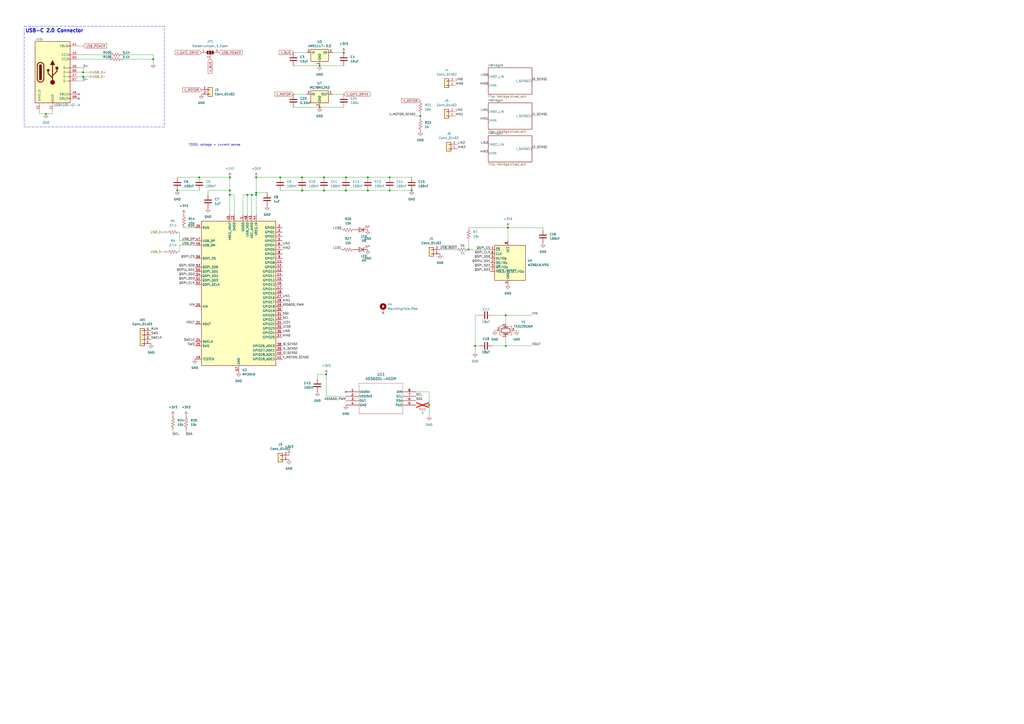
<source format=kicad_sch>
(kicad_sch (version 20250114) (generator "eeschema") (generator_version "9.0")
  (paper "A2")
  (lib_symbols
    (symbol "AS5600L-ASOM:AS5600L-ASOM" (pin_names (offset 0.254))
      (property "Reference" "U" (at 20.32 10.16 0))
      (property "Value" "AS5600L-ASOM" (at 20.32 7.62 0))
      (symbol "AS5600L-ASOM_0_1"
        (pin unspecified line (at 0 0 0) (length 7.62) (name "VDD5V") (number "1"))
        (pin unspecified line (at 0 -2.54 0) (length 7.62) (name "VDD3V3") (number "2"))
        (pin unspecified line (at 0 -5.08 0) (length 7.62) (name "OUT") (number "3"))
        (pin unspecified line (at 0 -7.62 0) (length 7.62) (name "GND") (number "4"))
        (pin unspecified line (at 40.64 0 180) (length 7.62) (name "DIR") (number "8"))
        (pin unspecified line (at 40.64 -2.54 180) (length 7.62) (name "SCL") (number "7"))
        (pin unspecified line (at 40.64 -5.08 180) (length 7.62) (name "SDA") (number "6"))
        (pin unspecified line (at 40.64 -7.62 180) (length 7.62) (name "PGO") (number "5"))
      )
    )
    (symbol "Connector:USB_C_Receptacle_USB2.0" (pin_names (offset 1.016))
      (property "Reference" "J1" (at 0 21.59 0))
      (property "Value" "USB_C_Receptacle_USB2.0" (at 0 19.05 0))
      (symbol "USB_C_Receptacle_USB2.0_1_1"
        (pin passive line (at -7.62 -22.86 90) (length 5.08) (name "SHIELD") (number "S1"))
        (pin passive line (at 0 -22.86 90) (length 5.08) (name "GND") (number "A1"))
        (pin passive line (at 0 -22.86 90) (length 5.08) (hide yes) (name "GND") (number "A12"))
        (pin passive line (at 0 -22.86 90) (length 5.08) (hide yes) (name "GND") (number "B1"))
        (pin passive line (at 0 -22.86 90) (length 5.08) (hide yes) (name "GND") (number "B12"))
        (pin passive line (at 15.24 15.24 180) (length 5.08) (name "VBUS") (number "A4"))
        (pin passive line (at 15.24 15.24 180) (length 5.08) (hide yes) (name "VBUS") (number "A9"))
        (pin passive line (at 15.24 15.24 180) (length 5.08) (hide yes) (name "VBUS") (number "B4"))
        (pin passive line (at 15.24 15.24 180) (length 5.08) (hide yes) (name "VBUS") (number "B9"))
        (pin bidirectional line (at 15.24 10.16 180) (length 5.08) (name "CC1") (number "A5"))
        (pin bidirectional line (at 15.24 7.62 180) (length 5.08) (name "CC2") (number "B5"))
        (pin bidirectional line (at 15.24 2.54 180) (length 5.08) (name "D+") (number "A6"))
        (pin bidirectional line (at 15.24 0 180) (length 5.08) (name "D+") (number "B6"))
        (pin bidirectional line (at 15.24 -2.54 180) (length 5.08) (name "D-") (number "A7"))
        (pin bidirectional line (at 15.24 -5.08 180) (length 5.08) (name "D-") (number "B7"))
        (pin bidirectional line (at 15.24 -12.7 180) (length 5.08) (name "SBU1") (number "A8"))
        (pin bidirectional line (at 15.24 -15.24 180) (length 5.08) (name "SBU2") (number "B8"))
      )
    )
    (symbol "Connector_Generic:Conn_01x02" (pin_names (offset 1.016) (hide yes))
      (property "Reference" "J" (at 0 2.54 0))
      (property "Value" "Conn_01x02" (at 0 -5.08 0))
      (symbol "Conn_01x02_1_1"
        (pin passive line (at -5.08 0 0) (length 3.81) (name "Pin_1") (number "1"))
        (pin passive line (at -5.08 -2.54 0) (length 3.81) (name "Pin_2") (number "2"))
      )
    )
    (symbol "Connector_Generic:Conn_01x04" (pin_names (offset 1.016) (hide yes))
      (property "Reference" "J" (at 0 5.08 0))
      (property "Value" "Conn_01x04" (at 0 -7.62 0))
      (symbol "Conn_01x04_1_1"
        (pin passive line (at -5.08 2.54 0) (length 3.81) (name "Pin_1") (number "1"))
        (pin passive line (at -5.08 0 0) (length 3.81) (name "Pin_2") (number "2"))
        (pin passive line (at -5.08 -2.54 0) (length 3.81) (name "Pin_3") (number "3"))
        (pin passive line (at -5.08 -5.08 0) (length 3.81) (name "Pin_4") (number "4"))
      )
    )
    (symbol "Device:C" (pin_numbers (hide yes)) (pin_names (offset 0.254))
      (property "Reference" "C" (at 0.635 2.54 0))
      (property "Value" "C" (at 0.635 -2.54 0))
      (symbol "C_1_1"
        (pin passive line (at 0 3.81 270) (length 2.794) (name "~") (number "1"))
        (pin passive line (at 0 -3.81 90) (length 2.794) (name "~") (number "2"))
      )
    )
    (symbol "Device:Crystal_GND24" (pin_names (offset 1.016) (hide yes))
      (property "Reference" "Y" (at 3.175 5.08 0))
      (property "Value" "Crystal_GND24" (at 3.175 3.175 0))
      (symbol "Crystal_GND24_1_1"
        (pin passive line (at -3.81 0 0) (length 1.27) (name "1") (number "1"))
        (pin passive line (at 0 5.08 270) (length 1.27) (name "2") (number "2"))
        (pin passive line (at 0 -5.08 90) (length 1.27) (name "4") (number "4"))
        (pin passive line (at 3.81 0 180) (length 1.27) (name "3") (number "3"))
      )
    )
    (symbol "Device:LED" (pin_numbers (hide yes)) (pin_names (offset 1.016) (hide yes))
      (property "Reference" "D" (at 0 2.54 0))
      (property "Value" "LED" (at 0 -2.54 0))
      (symbol "LED_1_1"
        (pin passive line (at -3.81 0 0) (length 2.54) (name "K") (number "1"))
        (pin passive line (at 3.81 0 180) (length 2.54) (name "A") (number "2"))
      )
    )
    (symbol "Device:R_US" (pin_numbers (hide yes)) (pin_names (offset 0))
      (property "Reference" "R" (at 2.54 0 90))
      (property "Value" "R_US" (at -2.54 0 90))
      (symbol "R_US_1_1"
        (pin passive line (at 0 3.81 270) (length 1.27) (name "~") (number "1"))
        (pin passive line (at 0 -3.81 90) (length 1.27) (name "~") (number "2"))
      )
    )
    (symbol "GND_1" (power) (pin_numbers (hide yes)) (pin_names (offset 0) (hide yes))
      (property "Value" "GND" (at 0 -3.81 0))
      (symbol "GND_1_1_1"
        (pin power_in line (at 0 0 270) (length 0) (name "~") (number "1"))
      )
    )
    (symbol "GND_2" (power) (pin_numbers (hide yes)) (pin_names (offset 0) (hide yes))
      (property "Value" "GND" (at 0 -3.81 0))
      (symbol "GND_2_1_1"
        (pin power_in line (at 0 0 270) (length 0) (name "~") (number "1"))
      )
    )
    (symbol "Jumper:SolderJumper_3_Open" (pin_names (offset 0) (hide yes)) (in_bom no)
      (property "Reference" "JP" (at -2.54 -2.54 0))
      (property "Value" "SolderJumper_3_Open" (at 0 2.794 0))
      (symbol "SolderJumper_3_Open_1_1"
        (pin passive line (at -5.08 0 0) (length 2.54) (name "A") (number "1"))
        (pin passive line (at 0 -3.81 90) (length 2.54) (name "C") (number "2"))
        (pin passive line (at 5.08 0 180) (length 2.54) (name "B") (number "3"))
      )
    )
    (symbol "MCU_RaspberryPi:RP2040"
      (property "Reference" "U" (at 17.78 45.72 0))
      (property "Value" "RP2040" (at 17.78 43.18 0))
      (symbol "RP2040_1_1"
        (pin input line (at -25.4 38.1 0) (length 3.81) (name "RUN") (number "26"))
        (pin bidirectional line (at -25.4 30.48 0) (length 3.81) (name "USB_DP") (number "47"))
        (pin bidirectional line (at -25.4 27.94 0) (length 3.81) (name "USB_DM") (number "46"))
        (pin bidirectional line (at -25.4 20.32 0) (length 3.81) (name "QSPI_SS") (number "56"))
        (pin bidirectional line (at -25.4 15.24 0) (length 3.81) (name "QSPI_SD0") (number "53"))
        (pin bidirectional line (at -25.4 12.7 0) (length 3.81) (name "QSPI_SD1") (number "55"))
        (pin bidirectional line (at -25.4 10.16 0) (length 3.81) (name "QSPI_SD2") (number "54"))
        (pin bidirectional line (at -25.4 7.62 0) (length 3.81) (name "QSPI_SD3") (number "51"))
        (pin output line (at -25.4 5.08 0) (length 3.81) (name "QSPI_SCLK") (number "52"))
        (pin input line (at -25.4 -7.62 0) (length 3.81) (name "XIN") (number "20"))
        (pin passive line (at -25.4 -17.78 0) (length 3.81) (name "XOUT") (number "21"))
        (pin input line (at -25.4 -27.94 0) (length 3.81) (name "SWCLK") (number "24"))
        (pin bidirectional line (at -25.4 -30.48 0) (length 3.81) (name "SWD") (number "25"))
        (pin input line (at -25.4 -38.1 0) (length 3.81) (name "TESTEN") (number "19"))
        (pin power_out line (at -5.08 45.72 270) (length 3.81) (name "VREG_VOUT") (number "45"))
        (pin power_in line (at -2.54 45.72 270) (length 3.81) (name "DVDD") (number "23"))
        (pin passive line (at -2.54 45.72 270) (length 3.81) (hide yes) (name "DVDD") (number "50"))
        (pin power_in line (at 0 -45.72 90) (length 3.81) (name "GND") (number "57"))
        (pin power_in line (at 2.54 45.72 270) (length 3.81) (name "IOVDD") (number "1"))
        (pin passive line (at 2.54 45.72 270) (length 3.81) (hide yes) (name "IOVDD") (number "10"))
        (pin passive line (at 2.54 45.72 270) (length 3.81) (hide yes) (name "IOVDD") (number "22"))
        (pin passive line (at 2.54 45.72 270) (length 3.81) (hide yes) (name "IOVDD") (number "33"))
        (pin passive line (at 2.54 45.72 270) (length 3.81) (hide yes) (name "IOVDD") (number "42"))
        (pin passive line (at 2.54 45.72 270) (length 3.81) (hide yes) (name "IOVDD") (number "49"))
        (pin power_in line (at 5.08 45.72 270) (length 3.81) (name "USB_VDD") (number "48"))
        (pin power_in line (at 7.62 45.72 270) (length 3.81) (name "ADC_AVDD") (number "43"))
        (pin power_in line (at 10.16 45.72 270) (length 3.81) (name "VREG_IN") (number "44"))
        (pin bidirectional line (at 25.4 38.1 180) (length 3.81) (name "GPIO0") (number "2"))
        (pin bidirectional line (at 25.4 35.56 180) (length 3.81) (name "GPIO1") (number "3"))
        (pin bidirectional line (at 25.4 33.02 180) (length 3.81) (name "GPIO2") (number "4"))
        (pin bidirectional line (at 25.4 30.48 180) (length 3.81) (name "GPIO3") (number "5"))
        (pin bidirectional line (at 25.4 27.94 180) (length 3.81) (name "GPIO4") (number "6"))
        (pin bidirectional line (at 25.4 25.4 180) (length 3.81) (name "GPIO5") (number "7"))
        (pin bidirectional line (at 25.4 22.86 180) (length 3.81) (name "GPIO6") (number "8"))
        (pin bidirectional line (at 25.4 20.32 180) (length 3.81) (name "GPIO7") (number "9"))
        (pin bidirectional line (at 25.4 17.78 180) (length 3.81) (name "GPIO8") (number "11"))
        (pin bidirectional line (at 25.4 15.24 180) (length 3.81) (name "GPIO9") (number "12"))
        (pin bidirectional line (at 25.4 12.7 180) (length 3.81) (name "GPIO10") (number "13"))
        (pin bidirectional line (at 25.4 10.16 180) (length 3.81) (name "GPIO11") (number "14"))
        (pin bidirectional line (at 25.4 7.62 180) (length 3.81) (name "GPIO12") (number "15"))
        (pin bidirectional line (at 25.4 5.08 180) (length 3.81) (name "GPIO13") (number "16"))
        (pin bidirectional line (at 25.4 2.54 180) (length 3.81) (name "GPIO14") (number "17"))
        (pin bidirectional line (at 25.4 0 180) (length 3.81) (name "GPIO15") (number "18"))
        (pin bidirectional line (at 25.4 -2.54 180) (length 3.81) (name "GPIO16") (number "27"))
        (pin bidirectional line (at 25.4 -5.08 180) (length 3.81) (name "GPIO17") (number "28"))
        (pin bidirectional line (at 25.4 -7.62 180) (length 3.81) (name "GPIO18") (number "29"))
        (pin bidirectional line (at 25.4 -10.16 180) (length 3.81) (name "GPIO19") (number "30"))
        (pin bidirectional line (at 25.4 -12.7 180) (length 3.81) (name "GPIO20") (number "31"))
        (pin bidirectional line (at 25.4 -15.24 180) (length 3.81) (name "GPIO21") (number "32"))
        (pin bidirectional line (at 25.4 -17.78 180) (length 3.81) (name "GPIO22") (number "34"))
        (pin bidirectional line (at 25.4 -20.32 180) (length 3.81) (name "GPIO23") (number "35"))
        (pin bidirectional line (at 25.4 -22.86 180) (length 3.81) (name "GPIO24") (number "36"))
        (pin bidirectional line (at 25.4 -25.4 180) (length 3.81) (name "GPIO25") (number "37"))
        (pin bidirectional line (at 25.4 -30.48 180) (length 3.81) (name "GPIO26_ADC0") (number "38"))
        (pin bidirectional line (at 25.4 -33.02 180) (length 3.81) (name "GPIO27_ADC1") (number "39"))
        (pin bidirectional line (at 25.4 -35.56 180) (length 3.81) (name "GPIO28_ADC2") (number "40"))
        (pin bidirectional line (at 25.4 -38.1 180) (length 3.81) (name "GPIO29_ADC3") (number "41"))
      )
    )
    (symbol "Mechanical:MountingHole_Pad" (pin_numbers (hide yes)) (pin_names (offset 1.016) (hide yes)) (in_bom no)
      (property "Reference" "H" (at 0 6.35 0))
      (property "Value" "MountingHole_Pad" (at 0 4.445 0))
      (symbol "MountingHole_Pad_1_1"
        (pin input line (at 0 -2.54 90) (length 2.54) (name "1") (number "1"))
      )
    )
    (symbol "Memory_Flash:W25Q16JVSS"
      (property "Reference" "U" (at -6.35 11.43 0))
      (property "Value" "W25Q16JVSS" (at 7.62 11.43 0))
      (symbol "W25Q16JVSS_1_1"
        (pin input line (at -10.16 7.62 0) (length 2.54) (name "~{CS}") (number "1"))
        (pin input line (at -10.16 5.08 0) (length 2.54) (name "CLK") (number "6"))
        (pin bidirectional line (at -10.16 2.54 0) (length 2.54) (name "DI/IO_{0}") (number "5"))
        (pin bidirectional line (at -10.16 0 0) (length 2.54) (name "DO/IO_{1}") (number "2"))
        (pin bidirectional line (at -10.16 -2.54 0) (length 2.54) (name "~{WP}/IO_{2}") (number "3"))
        (pin bidirectional line (at -10.16 -5.08 0) (length 2.54) (name "~{HOLD}/~{RESET}/IO_{3}") (number "7"))
        (pin power_in line (at 0 12.7 270) (length 2.54) (name "VCC") (number "8"))
        (pin power_in line (at 0 -12.7 90) (length 2.54) (name "GND") (number "4"))
      )
    )
    (symbol "Regulator_Linear:AMS1117-3.3"
      (property "Reference" "U" (at -3.81 3.175 0))
      (property "Value" "AMS1117-3.3" (at 0 3.175 0))
      (symbol "AMS1117-3.3_1_1"
        (pin power_in line (at -7.62 0 0) (length 2.54) (name "VI") (number "3"))
        (pin power_in line (at 0 -7.62 90) (length 2.54) (name "GND") (number "1"))
        (pin power_out line (at 7.62 0 180) (length 2.54) (name "VO") (number "2"))
      )
    )
    (symbol "Regulator_Linear:L78L12_SOT89" (pin_names (offset 0.254))
      (property "Reference" "U" (at -3.81 3.175 0))
      (property "Value" "L78L12_SOT89" (at -0.635 3.175 0))
      (symbol "L78L12_SOT89_1_1"
        (pin power_in line (at -7.62 0 0) (length 2.54) (name "IN") (number "3"))
        (pin power_in line (at 0 -7.62 90) (length 2.54) (name "GND") (number "2"))
        (pin power_out line (at 7.62 0 180) (length 2.54) (name "OUT") (number "1"))
      )
    )
    (symbol "power:+1V1" (power) (pin_numbers (hide yes)) (pin_names (offset 0) (hide yes))
      (property "Value" "+1V1" (at 0 3.556 0))
      (symbol "+1V1_1_1"
        (pin power_in line (at 0 0 90) (length 0) (name "~") (number "1"))
      )
    )
    (symbol "power:+3V3" (power) (pin_numbers (hide yes)) (pin_names (offset 0) (hide yes))
      (property "Value" "+3V3" (at 0 3.556 0))
      (symbol "+3V3_1_1"
        (pin power_in line (at 0 0 90) (length 0) (name "~") (number "1"))
      )
    )
    (symbol "power:GND" (power) (pin_names (offset 0))
      (property "Value" "GND" (at 0 -3.81 0))
      (symbol "GND_1_1"
        (pin power_in line (at 0 0 270) (length 0) (hide yes) (name "GND") (number "1"))
      )
    )
  )
  (rectangle (start 13.97 15.24) (end 95.25 73.66) (stroke (width 0) (type dash)))
  (text "TODO: voltage + current sense" (at 124.46 84.074 0) (effects (font (size 1.27 1.27))))
  (text "USB-C 2.0 Connector" (at 14.605 19.05 0) (effects (font (size 2 2) (thickness 0.4) (bold yes)) (justify left bottom)))
  (junction (at 48.26 41.91))
  (junction (at 243.84 67.31))
  (junction (at 200.66 110.49))
  (junction (at 185.42 62.23))
  (junction (at 226.06 102.87))
  (junction (at 199.39 30.48))
  (junction (at 175.26 102.87))
  (junction (at 133.35 102.87))
  (junction (at 185.42 38.1))
  (junction (at 238.76 110.49))
  (junction (at 26.67 66.04))
  (junction (at 294.64 132.08))
  (junction (at 226.06 110.49))
  (junction (at 133.35 113.03))
  (junction (at 189.23 217.17))
  (junction (at 200.66 102.87))
  (junction (at 143.51 113.03))
  (junction (at 213.36 110.49))
  (junction (at 102.87 110.49))
  (junction (at 175.26 110.49))
  (junction (at 213.36 102.87))
  (junction (at 148.59 113.03))
  (junction (at 187.96 102.87))
  (junction (at 293.37 200.66))
  (junction (at 271.78 144.78))
  (junction (at 187.96 110.49))
  (junction (at 293.37 182.88))
  (junction (at 148.59 102.87))
  (junction (at 88.9 34.29))
  (junction (at 133.35 110.49))
  (junction (at 148.59 111.76))
  (junction (at 275.59 200.66))
  (junction (at 146.05 113.03))
  (junction (at 48.26 44.45))
  (junction (at 162.56 102.87))
  (junction (at 115.57 102.87))
  (junction (at 248.92 234.95))
  (no_connect (at 200.66 227.33))
  (no_connect (at 45.72 54.61))
  (no_connect (at 222.25 181.61))
  (no_connect (at 45.72 57.15))
  (wire (pts (xy 175.26 102.87) (xy 187.96 102.87)))
  (wire (pts (xy 30.48 66.04) (xy 26.67 66.04)))
  (wire (pts (xy 175.26 110.49) (xy 187.96 110.49)))
  (wire (pts (xy 288.29 191.77) (xy 287.02 191.77)))
  (wire (pts (xy 146.05 113.03) (xy 148.59 113.03)))
  (wire (pts (xy 148.59 102.87) (xy 162.56 102.87)))
  (wire (pts (xy 293.37 200.66) (xy 293.37 195.58)))
  (wire (pts (xy 113.03 142.24) (xy 104.14 142.24)))
  (wire (pts (xy 255.27 144.78) (xy 264.16 144.78)))
  (wire (pts (xy 146.05 113.03) (xy 146.05 124.46)))
  (wire (pts (xy 298.45 191.77) (xy 299.72 191.77)))
  (wire (pts (xy 243.84 67.31) (xy 243.84 68.58)))
  (wire (pts (xy 102.87 110.49) (xy 115.57 110.49)))
  (wire (pts (xy 133.35 102.87) (xy 133.35 110.49)))
  (wire (pts (xy 248.92 241.3) (xy 248.92 234.95)))
  (wire (pts (xy 26.67 66.04) (xy 22.86 66.04)))
  (wire (pts (xy 148.59 111.76) (xy 148.59 102.87)))
  (wire (pts (xy 148.59 113.03) (xy 148.59 124.46)))
  (wire (pts (xy 275.59 200.66) (xy 275.59 182.88)))
  (wire (pts (xy 104.14 142.24) (xy 104.14 146.05)))
  (wire (pts (xy 285.75 182.88) (xy 293.37 182.88)))
  (wire (pts (xy 285.75 200.66) (xy 293.37 200.66)))
  (wire (pts (xy 30.48 64.77) (xy 30.48 66.04)))
  (wire (pts (xy 193.04 30.48) (xy 199.39 30.48)))
  (wire (pts (xy 275.59 204.47) (xy 275.59 200.66)))
  (wire (pts (xy 248.92 234.95) (xy 248.92 227.33)))
  (wire (pts (xy 241.3 67.31) (xy 243.84 67.31)))
  (wire (pts (xy 185.42 62.23) (xy 199.39 62.23)))
  (wire (pts (xy 226.06 110.49) (xy 238.76 110.49)))
  (wire (pts (xy 275.59 200.66) (xy 278.13 200.66)))
  (wire (pts (xy 133.35 110.49) (xy 133.35 113.03)))
  (wire (pts (xy 120.65 110.49) (xy 133.35 110.49)))
  (wire (pts (xy 294.64 132.08) (xy 294.64 139.7)))
  (wire (pts (xy 170.18 38.1) (xy 185.42 38.1)))
  (wire (pts (xy 48.26 46.99) (xy 48.26 44.45)))
  (wire (pts (xy 133.35 113.03) (xy 133.35 124.46)))
  (wire (pts (xy 243.84 67.31) (xy 243.84 66.04)))
  (wire (pts (xy 88.9 31.75) (xy 88.9 34.29)))
  (wire (pts (xy 275.59 182.88) (xy 278.13 182.88)))
  (wire (pts (xy 162.56 110.49) (xy 175.26 110.49)))
  (wire (pts (xy 140.97 113.03) (xy 143.51 113.03)))
  (wire (pts (xy 271.78 144.78) (xy 284.48 144.78)))
  (wire (pts (xy 135.89 124.46) (xy 135.89 113.03)))
  (wire (pts (xy 143.51 124.46) (xy 143.51 113.03)))
  (wire (pts (xy 293.37 182.88) (xy 308.61 182.88)))
  (wire (pts (xy 162.56 102.87) (xy 175.26 102.87)))
  (wire (pts (xy 199.39 54.61) (xy 193.04 54.61)))
  (wire (pts (xy 88.9 34.29) (xy 71.12 34.29)))
  (wire (pts (xy 148.59 113.03) (xy 148.59 111.76)))
  (wire (pts (xy 107.95 248.92) (xy 107.95 252.73)))
  (wire (pts (xy 45.72 46.99) (xy 48.26 46.99)))
  (wire (pts (xy 45.72 31.75) (xy 63.5 31.75)))
  (wire (pts (xy 48.26 44.45) (xy 52.07 44.45)))
  (wire (pts (xy 200.66 229.87) (xy 189.23 229.87)))
  (wire (pts (xy 226.06 102.87) (xy 238.76 102.87)))
  (wire (pts (xy 102.87 102.87) (xy 115.57 102.87)))
  (wire (pts (xy 48.26 41.91) (xy 52.07 41.91)))
  (wire (pts (xy 213.36 110.49) (xy 226.06 110.49)))
  (wire (pts (xy 187.96 110.49) (xy 200.66 110.49)))
  (wire (pts (xy 184.15 219.71) (xy 184.15 217.17)))
  (wire (pts (xy 248.92 227.33) (xy 241.3 227.33)))
  (wire (pts (xy 120.65 110.49) (xy 120.65 113.03)))
  (wire (pts (xy 71.12 31.75) (xy 88.9 31.75)))
  (wire (pts (xy 113.03 139.7) (xy 104.14 139.7)))
  (wire (pts (xy 293.37 200.66) (xy 308.61 200.66)))
  (wire (pts (xy 48.26 26.67) (xy 45.72 26.67)))
  (wire (pts (xy 314.96 132.08) (xy 314.96 133.35)))
  (wire (pts (xy 148.59 111.76) (xy 154.94 111.76)))
  (wire (pts (xy 271.78 132.08) (xy 294.64 132.08)))
  (wire (pts (xy 170.18 54.61) (xy 177.8 54.61)))
  (wire (pts (xy 115.57 102.87) (xy 133.35 102.87)))
  (wire (pts (xy 271.78 139.7) (xy 271.78 144.78)))
  (wire (pts (xy 293.37 182.88) (xy 293.37 187.96)))
  (wire (pts (xy 48.26 39.37) (xy 48.26 41.91)))
  (wire (pts (xy 45.72 44.45) (xy 48.26 44.45)))
  (wire (pts (xy 22.86 64.77) (xy 22.86 66.04)))
  (wire (pts (xy 185.42 38.1) (xy 199.39 38.1)))
  (wire (pts (xy 135.89 113.03) (xy 133.35 113.03)))
  (wire (pts (xy 100.33 252.73) (xy 100.33 248.92)))
  (wire (pts (xy 45.72 41.91) (xy 48.26 41.91)))
  (wire (pts (xy 189.23 229.87) (xy 189.23 217.17)))
  (wire (pts (xy 213.36 102.87) (xy 226.06 102.87)))
  (wire (pts (xy 184.15 217.17) (xy 189.23 217.17)))
  (wire (pts (xy 104.14 139.7) (xy 104.14 134.62)))
  (wire (pts (xy 88.9 34.29) (xy 88.9 36.83)))
  (wire (pts (xy 140.97 124.46) (xy 140.97 113.03)))
  (wire (pts (xy 187.96 102.87) (xy 200.66 102.87)))
  (wire (pts (xy 143.51 113.03) (xy 146.05 113.03)))
  (wire (pts (xy 170.18 30.48) (xy 177.8 30.48)))
  (wire (pts (xy 45.72 39.37) (xy 48.26 39.37)))
  (wire (pts (xy 106.68 132.08) (xy 113.03 132.08)))
  (wire (pts (xy 200.66 110.49) (xy 213.36 110.49)))
  (wire (pts (xy 45.72 34.29) (xy 63.5 34.29)))
  (wire (pts (xy 294.64 132.08) (xy 314.96 132.08)))
  (wire (pts (xy 200.66 102.87) (xy 213.36 102.87)))
  (wire (pts (xy 170.18 62.23) (xy 185.42 62.23)))
  (label "SDA" (at 163.83 182.88 0))
  (label "XIN" (at 113.03 177.8 180))
  (label "QSPI_SD2" (at 284.48 154.94 180))
  (label "LED0" (at 198.12 133.35 180))
  (label "QSPI_SD3" (at 284.48 157.48 180))
  (label "USB_DP" (at 113.03 139.7 180))
  (label "XOUT" (at 308.61 200.66 0))
  (label "QSPI_CS" (at 113.03 149.86 180))
  (label "SCL" (at 100.33 252.73 0))
  (label "V_MOTOR_SENSE" (at 163.83 208.28 0))
  (label "HIN0" (at 264.16 49.53 0))
  (label "D+" (at 48.26 39.37 0))
  (label "XOUT" (at 113.03 187.96 180))
  (label "LIN1" (at 163.83 172.72 0))
  (label "RUN" (at 87.63 191.77 0))
  (label "LIN2" (at 283.21 83.82 180))
  (label "I2_SENSE" (at 163.83 205.74 0))
  (label "QSPI_CS" (at 284.48 144.78 180))
  (label "QSPI_CLK" (at 284.48 147.32 180))
  (label "SDA" (at 107.95 252.73 0))
  (label "I0_SENSE" (at 163.83 200.66 0))
  (label "HIN2" (at 265.43 86.36 0))
  (label "QSPI_CLK" (at 113.03 165.1 180))
  (label "QSPI_SD0" (at 113.03 154.94 180))
  (label "HIN0" (at 283.21 49.53 180))
  (label "HIN1" (at 283.21 69.85 180))
  (label "HIN2" (at 163.83 144.78 0))
  (label "V_MOTOR_SENSE" (at 241.3 67.31 180))
  (label "I2_SENSE" (at 308.61 86.36 0))
  (label "LIN0" (at 283.21 44.45 180))
  (label "SWCLK" (at 113.03 198.12 180))
  (label "HIN1" (at 264.16 67.31 0))
  (label "LIN1" (at 264.16 64.77 0))
  (label "SWD" (at 113.03 200.66 180))
  (label "AS5600_PWM" (at 163.83 177.8 0))
  (label "QSPI_SD0" (at 284.48 149.86 180))
  (label "HIN0" (at 163.83 195.58 0))
  (label "LED1" (at 163.83 187.96 0))
  (label "SWCLK" (at 87.63 196.85 0))
  (label "AS5600_PWM" (at 200.66 232.41 180))
  (label "LIN2" (at 265.43 83.82 0))
  (label "LIN0" (at 163.83 193.04 0))
  (label "LED0" (at 163.83 190.5 0))
  (label "I1_SENSE" (at 308.61 67.31 0))
  (label "QSPI_SD3" (at 113.03 162.56 180))
  (label "HIN1" (at 163.83 175.26 0))
  (label "RUN" (at 113.03 132.08 180))
  (label "SDA" (at 241.3 232.41 0))
  (label "QSPI_SD2" (at 113.03 160.02 180))
  (label "SWD" (at 87.63 194.31 0))
  (label "HIN2" (at 283.21 88.9 180))
  (label "LIN2" (at 163.83 142.24 0))
  (label "D-" (at 48.26 46.99 0))
  (label "~{USB_BOOT}" (at 255.27 144.78 0))
  (label "LIN1" (at 283.21 64.77 180))
  (label "SCL" (at 163.83 185.42 0))
  (label "I0_SENSE" (at 308.61 46.99 0))
  (label "QSPIU_SD1" (at 284.48 152.4 180))
  (label "XIN" (at 308.61 182.88 0))
  (label "LIN0" (at 264.16 46.99 0))
  (label "QSPIU_SD1" (at 113.03 157.48 180))
  (label "SCL" (at 241.3 229.87 0))
  (label "I1_SENSE" (at 163.83 203.2 0))
  (label "LED1" (at 198.12 144.78 180))
  (label "USB_DN" (at 113.03 142.24 180))
  (global_label "USB_POWER" (shape input) (at 48.26 26.67 0) (property "Intersheetrefs" "${INTERSHEET_REFS}" (effects (hide yes))))
  (global_label "V_GATE_DRIVE" (shape input) (at 199.39 54.61 0) (property "Intersheetrefs" "${INTERSHEET_REFS}" (effects (hide yes))))
  (global_label "V_BUS" (shape input) (at 170.18 30.48 180) (property "Intersheetrefs" "${INTERSHEET_REFS}" (effects (hide yes))))
  (global_label "V_BUS" (shape input) (at 121.92 34.29 270) (property "Intersheetrefs" "${INTERSHEET_REFS}" (effects (hide yes))))
  (global_label "V_MOTOR" (shape input) (at 170.18 54.61 180) (property "Intersheetrefs" "${INTERSHEET_REFS}" (effects (hide yes))))
  (global_label "V_MOTOR" (shape input) (at 116.84 52.07 180) (property "Intersheetrefs" "${INTERSHEET_REFS}" (effects (hide yes))))
  (global_label "V_MOTOR" (shape input) (at 243.84 58.42 180) (property "Intersheetrefs" "${INTERSHEET_REFS}" (effects (hide yes))))
  (global_label "USB_POWER" (shape input) (at 127 30.48 0) (property "Intersheetrefs" "${INTERSHEET_REFS}" (effects (hide yes))))
  (global_label "V_GATE_DRIVE" (shape input) (at 116.84 30.48 180) (property "Intersheetrefs" "${INTERSHEET_REFS}" (effects (hide yes))))
  (hierarchical_label "USB_D-" (shape bidirectional) (at 52.07 44.45 0))
  (hierarchical_label "USB_D+" (shape bidirectional) (at 96.52 134.62 180))
  (hierarchical_label "USB_D+" (shape bidirectional) (at 52.07 41.91 0))
  (hierarchical_label "USB_D-" (shape bidirectional) (at 96.52 146.05 180))
  (symbol (lib_id "Device:LED") (at 209.55 133.35 180) (unit 1)
    (property "Reference" "D5" (at 211.1375 139.7 0))
    (property "Value" "LED" (at 211.1375 137.16 0))
    (property "Footprint" "LED_SMD:LED_0603_1608Metric" (effects (hide yes)))
    (property "Description" "Light emitting diode" (effects (hide yes)))
    (property "Sim.Pins" "1=K 2=A" (effects (hide yes)))
  )
  (symbol (lib_id "Connector_Generic:Conn_01x02") (at 162.56 266.7 180) (unit 1)
    (property "Reference" "J3" (at 162.56 257.81 0))
    (property "Value" "Conn_01x02" (at 162.56 260.35 0))
    (property "Footprint" "Connector_PinHeader_2.54mm:PinHeader_1x02_P2.54mm_Vertical" (effects (hide yes)))
    (property "Description" "Generic connector, single row, 01x02, script generated (kicad-library-utils/schlib/autogen/connector/)" (effects (hide yes)))
  )
  (symbol (lib_id "Device:C") (at 200.66 106.68 0) (unit 1)
    (property "Reference" "C12" (at 204.47 105.4099 0) (effects (justify left)))
    (property "Value" "100nF" (at 204.47 107.9499 0) (effects (justify left)))
    (property "Footprint" "Capacitor_SMD:C_0402_1005Metric" (effects (hide yes)))
    (property "Description" "Unpolarized capacitor" (effects (hide yes)))
  )
  (symbol (lib_id "Device:R_US") (at 271.78 135.89 0) (unit 1)
    (property "Reference" "R7" (at 274.32 134.6199 0) (effects (justify left)))
    (property "Value" "10k" (at 274.32 137.1599 0) (effects (justify left)))
    (property "Footprint" "Resistor_SMD:R_0402_1005Metric" (effects (hide yes)))
    (property "Description" "Resistor, US symbol" (effects (hide yes)))
  )
  (symbol (lib_id "power:+3V3") (at 148.59 102.87 0) (unit 1)
    (property "Reference" "#PWR011" (effects (hide yes)))
    (property "Value" "+3V3" (at 148.59 97.79 0))
    (property "Description" "Power symbol creates a global label with name \"+3V3\"" (effects (hide yes)))
  )
  (symbol (lib_id "Device:C") (at 154.94 115.57 0) (unit 1)
    (property "Reference" "C8" (at 158.75 114.2999 0) (effects (justify left)))
    (property "Value" "1uF" (at 158.75 116.8399 0) (effects (justify left)))
    (property "Footprint" "Capacitor_SMD:C_0402_1005Metric" (effects (hide yes)))
    (property "Description" "Unpolarized capacitor" (effects (hide yes)))
  )
  (symbol (lib_id "AS5600L-ASOM:AS5600L-ASOM") (at 200.66 227.33 0) (unit 1)
    (property "Reference" "U11" (at 220.98 217.17 0) (effects (font (size 1.524 1.524))))
    (property "Value" "AS5600L-ASOM" (at 220.98 219.71 0) (effects (font (size 1.524 1.524))))
    (property "Footprint" "AS5600L-ASOM_AMS" (effects (hide yes)))
    (property "Datasheet" "https://www.mouser.com/datasheet/2/588/AS5600_DS000365_5-00-1877365.pdf" (effects (hide yes)))
  )
  (symbol (lib_name "GND_2") (lib_id "power:GND") (at 87.63 199.39 0) (unit 1)
    (property "Reference" "#PWR021" (effects (hide yes)))
    (property "Value" "GND" (at 87.63 204.47 0))
    (property "Description" "Power symbol creates a global label with name \"GND\" , ground" (effects (hide yes)))
  )
  (symbol (lib_name "GND_2") (lib_id "power:GND") (at 120.65 120.65 0) (unit 1)
    (property "Reference" "#PWR08" (effects (hide yes)))
    (property "Value" "GND" (at 120.65 125.73 0))
    (property "Description" "Power symbol creates a global label with name \"GND\" , ground" (effects (hide yes)))
  )
  (symbol (lib_id "Device:C") (at 281.94 200.66 90) (unit 1)
    (property "Reference" "C18" (at 281.94 196.596 90))
    (property "Value" "18pF" (at 281.94 204.216 90))
    (property "Footprint" "Capacitor_SMD:C_0402_1005Metric" (effects (hide yes)))
    (property "Description" "Unpolarized capacitor" (effects (hide yes)))
  )
  (symbol (lib_id "Device:R_US") (at 100.33 134.62 90) (unit 1)
    (property "Reference" "R4" (at 100.33 128.27 90))
    (property "Value" "27.4" (at 100.33 130.81 90))
    (property "Footprint" "Resistor_SMD:R_0402_1005Metric" (effects (hide yes)))
    (property "Description" "Resistor, US symbol" (effects (hide yes)))
  )
  (symbol (lib_id "Device:C") (at 102.87 106.68 0) (unit 1)
    (property "Reference" "C6" (at 106.68 105.4099 0) (effects (justify left)))
    (property "Value" "100nF" (at 106.68 107.9499 0) (effects (justify left)))
    (property "Footprint" "Capacitor_SMD:C_0402_1005Metric" (effects (hide yes)))
    (property "Description" "Unpolarized capacitor" (effects (hide yes)))
  )
  (symbol (lib_id "Connector_Generic:Conn_01x02") (at 121.92 52.07 0) (unit 1)
    (property "Reference" "J2" (at 124.46 52.0699 0) (effects (justify left)))
    (property "Value" "Conn_01x02" (at 124.46 54.6099 0) (effects (justify left)))
    (property "Footprint" "TerminalBlock:TerminalBlock_MaiXu_MX126-5.0-02P_1x02_P5.00mm" (effects (hide yes)))
    (property "Datasheet" "https://www.lcsc.com/datasheet/C49291901.pdf" (effects (hide yes)))
    (property "Description" "Generic connector, single row, 01x02, script generated (kicad-library-utils/schlib/autogen/connector/)" (effects (hide yes)))
  )
  (symbol (lib_id "Device:C") (at 213.36 106.68 0) (unit 1)
    (property "Reference" "C13" (at 217.17 105.4099 0) (effects (justify left)))
    (property "Value" "100nF" (at 217.17 107.9499 0) (effects (justify left)))
    (property "Footprint" "Capacitor_SMD:C_0402_1005Metric" (effects (hide yes)))
    (property "Description" "Unpolarized capacitor" (effects (hide yes)))
  )
  (symbol (lib_name "GND_2") (lib_id "power:GND") (at 243.84 76.2 0) (unit 1)
    (property "Reference" "#PWR041" (effects (hide yes)))
    (property "Value" "GND" (at 243.84 81.28 0))
    (property "Description" "Power symbol creates a global label with name \"GND\" , ground" (effects (hide yes)))
  )
  (symbol (lib_id "Device:C") (at 170.18 58.42 0) (unit 1)
    (property "Reference" "C23" (at 173.99 57.1499 0) (effects (justify left)))
    (property "Value" "0.33uf" (at 173.99 59.6899 0) (effects (justify left)))
    (property "Footprint" "Capacitor_SMD:C_0603_1608Metric" (effects (hide yes)))
    (property "Description" "Unpolarized capacitor" (effects (hide yes)))
  )
  (symbol (lib_id "Device:C") (at 238.76 106.68 0) (unit 1)
    (property "Reference" "C15" (at 242.57 105.4099 0) (effects (justify left)))
    (property "Value" "100nF" (at 242.57 107.9499 0) (effects (justify left)))
    (property "Footprint" "Capacitor_SMD:C_0402_1005Metric" (effects (hide yes)))
    (property "Description" "Unpolarized capacitor" (effects (hide yes)))
  )
  (symbol (lib_id "power:+1V1") (at 133.35 102.87 0) (unit 1)
    (property "Reference" "#PWR06" (effects (hide yes)))
    (property "Value" "+1V1" (at 133.35 97.79 0))
    (property "Description" "Power symbol creates a global label with name \"+1V1\"" (effects (hide yes)))
  )
  (symbol (lib_id "Jumper:SolderJumper_3_Open") (at 121.92 30.48 0) (unit 1) (in_bom no)
    (property "Reference" "JP1" (at 121.92 24.13 0))
    (property "Value" "SolderJumper_3_Open" (at 121.92 26.67 0))
    (property "Footprint" "Jumper:SolderJumper-3_P1.3mm_Open_RoundedPad1.0x1.5mm" (effects (hide yes)))
    (property "Description" "Solder Jumper, 3-pole, open" (effects (hide yes)))
  )
  (symbol (lib_id "Device:C") (at 226.06 106.68 0) (unit 1)
    (property "Reference" "C14" (at 229.87 105.4099 0) (effects (justify left)))
    (property "Value" "100nF" (at 229.87 107.9499 0) (effects (justify left)))
    (property "Footprint" "Capacitor_SMD:C_0402_1005Metric" (effects (hide yes)))
    (property "Description" "Unpolarized capacitor" (effects (hide yes)))
  )
  (symbol (lib_id "Device:C") (at 199.39 58.42 0) (unit 1)
    (property "Reference" "C24" (at 203.2 57.1499 0) (effects (justify left)))
    (property "Value" "100n" (at 203.2 59.6899 0) (effects (justify left)))
    (property "Footprint" "Capacitor_SMD:C_0603_1608Metric" (effects (hide yes)))
    (property "Description" "Unpolarized capacitor" (effects (hide yes)))
  )
  (symbol (lib_name "GND_2") (lib_id "power:GND") (at 294.64 165.1 0) (unit 1)
    (property "Reference" "#PWR013" (effects (hide yes)))
    (property "Value" "GND" (at 294.64 170.18 0))
    (property "Description" "Power symbol creates a global label with name \"GND\" , ground" (effects (hide yes)))
  )
  (symbol (lib_name "GND_2") (lib_id "power:GND") (at 102.87 110.49 0) (unit 1)
    (property "Reference" "#PWR07" (effects (hide yes)))
    (property "Value" "GND" (at 102.87 115.57 0))
    (property "Description" "Power symbol creates a global label with name \"GND\" , ground" (effects (hide yes)))
  )
  (symbol (lib_id "Regulator_Linear:L78L12_SOT89") (at 185.42 54.61 0) (unit 1)
    (property "Reference" "U7" (at 185.42 48.26 0))
    (property "Value" "MG78M12N3" (at 185.42 50.8 0))
    (property "Footprint" "Package_TO_SOT_SMD:SOT-89-3" (effects (hide yes)))
    (property "Datasheet" "https://www.lcsc.com/datasheet/C50407967.pdf" (effects (hide yes)))
    (property "Description" "Positive 100mA 30V Linear Regulator, Fixed Output 12V, SOT-89" (effects (hide yes)))
  )
  (symbol (lib_id "power:GND") (at 88.9 36.83 0) (unit 1)
    (property "Reference" "#PWR0116" (effects (hide yes)))
    (property "Value" "GND" (effects (hide yes)))
  )
  (symbol (lib_id "Device:R_US") (at 67.31 34.29 270) (unit 1)
    (property "Reference" "R106" (at 59.69 33.02 90) (effects (justify left)))
    (property "Value" "5.1k" (at 71.12 33.02 90) (effects (justify left)))
    (property "Footprint" "Resistor_SMD:R_0603_1608Metric" (effects (hide yes)))
    (property "Description" "Resistor, US symbol" (effects (hide yes)))
  )
  (symbol (lib_id "power:+3V3") (at 106.68 124.46 0) (unit 1)
    (property "Reference" "#PWR026" (effects (hide yes)))
    (property "Value" "+3V3" (at 106.68 119.38 0))
    (property "Description" "Power symbol creates a global label with name \"+3V3\"" (effects (hide yes)))
  )
  (symbol (lib_id "power:+3V3") (at 189.23 217.17 0) (unit 1)
    (property "Reference" "#PWR042" (effects (hide yes)))
    (property "Value" "+3V3" (at 189.23 212.09 0))
    (property "Description" "Power symbol creates a global label with name \"+3V3\"" (effects (hide yes)))
  )
  (symbol (lib_id "Memory_Flash:W25Q16JVSS") (at 294.64 152.4 0) (unit 1)
    (property "Reference" "U4" (at 306.07 151.1299 0) (effects (justify left)))
    (property "Value" "W25Q16JVSS" (at 306.07 153.6699 0) (effects (justify left)))
    (property "Footprint" "Package_SO:SOIC-8_5.3x5.3mm_P1.27mm" (effects (hide yes)))
    (property "Datasheet" "https://www.winbond.com/hq/support/documentation/levelOne.jsp?__locale=en&DocNo=DA00-W25Q16JV.1" (effects (hide yes)))
    (property "Description" "16Mbit / 2MiB Serial Flash Memory, Standard/Dual/Quad SPI, 2.7-3.6V, SOIC-8 (208 mil)" (effects (hide yes)))
  )
  (symbol (lib_id "Device:C") (at 170.18 34.29 0) (unit 1)
    (property "Reference" "C3" (at 173.99 33.0199 0) (effects (justify left)))
    (property "Value" "10uF" (at 173.99 35.5599 0) (effects (justify left)))
    (property "Footprint" "Capacitor_SMD:C_0603_1608Metric" (effects (hide yes)))
    (property "Description" "Unpolarized capacitor" (effects (hide yes)))
  )
  (symbol (lib_id "Device:C") (at 162.56 106.68 0) (unit 1)
    (property "Reference" "C9" (at 166.37 105.4099 0) (effects (justify left)))
    (property "Value" "100nF" (at 166.37 107.9499 0) (effects (justify left)))
    (property "Footprint" "Capacitor_SMD:C_0402_1005Metric" (effects (hide yes)))
    (property "Description" "Unpolarized capacitor" (effects (hide yes)))
  )
  (symbol (lib_id "Mechanical:MountingHole_Pad") (at 222.25 179.07 0) (unit 1) (in_bom no)
    (property "Reference" "H4" (at 224.79 176.5299 0) (effects (justify left)))
    (property "Value" "MountingHole_Pad" (at 224.79 179.0699 0) (effects (justify left)))
    (property "Footprint" "MountingHole:MountingHole_3.2mm_M3_Pad_Via" (effects (hide yes)))
    (property "Description" "Mounting Hole with connection" (effects (hide yes)))
  )
  (symbol (lib_id "Connector_Generic:Conn_01x02") (at 250.19 147.32 180) (unit 1)
    (property "Reference" "J1" (at 250.19 138.43 0))
    (property "Value" "Conn_01x02" (at 250.19 140.97 0))
    (property "Footprint" "Connector_PinHeader_2.54mm:PinHeader_1x02_P2.54mm_Vertical" (effects (hide yes)))
    (property "Description" "Generic connector, single row, 01x02, script generated (kicad-library-utils/schlib/autogen/connector/)" (effects (hide yes)))
  )
  (symbol (lib_id "Device:R_US") (at 201.93 144.78 270) (unit 1)
    (property "Reference" "R27" (at 201.93 138.43 90))
    (property "Value" "10k" (at 201.93 140.97 90))
    (property "Footprint" "Resistor_SMD:R_0402_1005Metric" (effects (hide yes)))
    (property "Description" "Resistor, US symbol" (effects (hide yes)))
  )
  (symbol (lib_id "Device:R_US") (at 67.31 31.75 270) (unit 1)
    (property "Reference" "R105" (at 59.69 30.48 90) (effects (justify left)))
    (property "Value" "5.1k" (at 71.12 30.48 90) (effects (justify left)))
    (property "Footprint" "Resistor_SMD:R_0603_1608Metric" (effects (hide yes)))
    (property "Description" "Resistor, US symbol" (effects (hide yes)))
  )
  (symbol (lib_name "GND_2") (lib_id "power:GND") (at 113.03 208.28 0) (unit 1)
    (property "Reference" "#PWR020" (effects (hide yes)))
    (property "Value" "GND" (at 113.03 213.36 0))
    (property "Description" "Power symbol creates a global label with name \"GND\" , ground" (effects (hide yes)))
  )
  (symbol (lib_name "GND_2") (lib_id "power:GND") (at 200.66 234.95 0) (unit 1)
    (property "Reference" "#PWR043" (effects (hide yes)))
    (property "Value" "GND" (at 200.66 240.03 0))
    (property "Description" "Power symbol creates a global label with name \"GND\" , ground" (effects (hide yes)))
  )
  (symbol (lib_id "Device:R_US") (at 106.68 128.27 180) (unit 1)
    (property "Reference" "R14" (at 109.22 126.9999 0) (effects (justify right)))
    (property "Value" "10k" (at 109.22 129.5399 0) (effects (justify right)))
    (property "Footprint" "Resistor_SMD:R_0402_1005Metric" (effects (hide yes)))
    (property "Description" "Resistor, US symbol" (effects (hide yes)))
  )
  (symbol (lib_name "GND_2") (lib_id "power:GND") (at 184.15 227.33 0) (unit 1)
    (property "Reference" "#PWR044" (effects (hide yes)))
    (property "Value" "GND" (at 184.15 232.41 0))
    (property "Description" "Power symbol creates a global label with name \"GND\" , ground" (effects (hide yes)))
  )
  (symbol (lib_name "GND_2") (lib_id "power:GND") (at 154.94 119.38 0) (unit 1)
    (property "Reference" "#PWR09" (effects (hide yes)))
    (property "Value" "GND" (at 154.94 124.46 0))
    (property "Description" "Power symbol creates a global label with name \"GND\" , ground" (effects (hide yes)))
  )
  (symbol (lib_id "Device:C") (at 199.39 34.29 0) (unit 1)
    (property "Reference" "C4" (at 203.2 33.0199 0) (effects (justify left)))
    (property "Value" "10uF" (at 203.2 35.5599 0) (effects (justify left)))
    (property "Footprint" "Capacitor_SMD:C_0603_1608Metric" (effects (hide yes)))
    (property "Description" "Unpolarized capacitor" (effects (hide yes)))
  )
  (symbol (lib_id "Device:R_US") (at 267.97 144.78 270) (unit 1)
    (property "Reference" "R6" (at 266.954 142.494 90) (effects (justify left)))
    (property "Value" "1k" (at 267.208 146.812 90) (effects (justify left)))
    (property "Footprint" "Resistor_SMD:R_0402_1005Metric" (effects (hide yes)))
    (property "Description" "Resistor, US symbol" (effects (hide yes)))
  )
  (symbol (lib_name "GND_2") (lib_id "power:GND") (at 26.67 66.04 0) (unit 1)
    (property "Reference" "#PWR03" (effects (hide yes)))
    (property "Value" "GND" (at 26.67 71.12 0))
    (property "Description" "Power symbol creates a global label with name \"GND\" , ground" (effects (hide yes)))
  )
  (symbol (lib_id "Device:Crystal_GND24") (at 293.37 191.77 90) (unit 1)
    (property "Reference" "Y1" (at 303.53 186.8168 90))
    (property "Value" "TX322516M" (at 303.53 189.3568 90))
    (property "Footprint" "Crystal:Crystal_SMD_3225-4Pin_3.2x2.5mm" (effects (hide yes)))
    (property "Datasheet" "https://www.lcsc.com/datasheet/C5182759.pdf" (effects (hide yes)))
    (property "Description" "Four pin crystal, GND on pins 2 and 4" (effects (hide yes)))
  )
  (symbol (lib_id "power:+3V3") (at 100.33 241.3 0) (unit 1)
    (property "Reference" "#PWR046" (effects (hide yes)))
    (property "Value" "+3V3" (at 100.33 236.22 0))
    (property "Description" "Power symbol creates a global label with name \"+3V3\"" (effects (hide yes)))
  )
  (symbol (lib_name "GND_1") (lib_id "power:GND") (at 185.42 62.23 0) (unit 1)
    (property "Reference" "#PWR027" (effects (hide yes)))
    (property "Value" "GND" (at 185.42 67.31 0))
    (property "Description" "Power symbol creates a global label with name \"GND\" , ground" (effects (hide yes)))
  )
  (symbol (lib_id "Connector_Generic:Conn_01x02") (at 260.35 86.36 180) (unit 1)
    (property "Reference" "J6" (at 260.35 77.47 0))
    (property "Value" "Conn_01x02" (at 260.35 80.01 0))
    (property "Footprint" "Connector_PinHeader_1.00mm:PinHeader_1x02_P1.00mm_Vertical" (effects (hide yes)))
    (property "Description" "Generic connector, single row, 01x02, script generated (kicad-library-utils/schlib/autogen/connector/)" (effects (hide yes)))
  )
  (symbol (lib_id "power:+3V3") (at 107.95 241.3 0) (unit 1)
    (property "Reference" "#PWR047" (effects (hide yes)))
    (property "Value" "+3V3" (at 107.95 236.22 0))
    (property "Description" "Power symbol creates a global label with name \"+3V3\"" (effects (hide yes)))
  )
  (symbol (lib_id "Connector_Generic:Conn_01x04") (at 82.55 196.85 180) (unit 1)
    (property "Reference" "Jd1" (at 82.55 185.42 0))
    (property "Value" "Conn_01x03" (at 82.55 187.96 0))
    (property "Footprint" "Connector_PinHeader_2.54mm:PinHeader_1x04_P2.54mm_Vertical" (effects (hide yes)))
    (property "Description" "Generic connector, single row, 01x04, script generated (kicad-library-utils/schlib/autogen/connector/)" (effects (hide yes)))
  )
  (symbol (lib_name "GND_2") (lib_id "power:GND") (at 167.64 266.7 0) (unit 1)
    (property "Reference" "#PWR048" (effects (hide yes)))
    (property "Value" "GND" (at 167.64 271.78 0))
    (property "Description" "Power symbol creates a global label with name \"GND\" , ground" (effects (hide yes)))
  )
  (symbol (lib_id "Device:R_US") (at 201.93 133.35 270) (unit 1)
    (property "Reference" "R26" (at 201.93 127 90))
    (property "Value" "10k" (at 201.93 129.54 90))
    (property "Footprint" "Resistor_SMD:R_0402_1005Metric" (effects (hide yes)))
    (property "Description" "Resistor, US symbol" (effects (hide yes)))
  )
  (symbol (lib_name "GND_1") (lib_id "power:GND") (at 116.84 54.61 0) (unit 1)
    (property "Reference" "#PWR028" (effects (hide yes)))
    (property "Value" "GND" (at 116.84 59.69 0))
    (property "Description" "Power symbol creates a global label with name \"GND\" , ground" (effects (hide yes)))
  )
  (symbol (lib_name "GND_2") (lib_id "power:GND") (at 213.36 144.78 0) (unit 1)
    (property "Reference" "#PWR051" (effects (hide yes)))
    (property "Value" "GND" (at 213.36 149.86 0))
    (property "Description" "Power symbol creates a global label with name \"GND\" , ground" (effects (hide yes)))
  )
  (symbol (lib_id "Device:C") (at 120.65 116.84 0) (unit 1)
    (property "Reference" "C7" (at 124.46 115.5699 0) (effects (justify left)))
    (property "Value" "1uF" (at 124.46 118.1099 0) (effects (justify left)))
    (property "Footprint" "Capacitor_SMD:C_0402_1005Metric" (effects (hide yes)))
    (property "Description" "Unpolarized capacitor" (effects (hide yes)))
  )
  (symbol (lib_name "GND_2") (lib_id "power:GND") (at 314.96 140.97 0) (unit 1)
    (property "Reference" "#PWR014" (effects (hide yes)))
    (property "Value" "GND" (at 314.96 146.05 0))
    (property "Description" "Power symbol creates a global label with name \"GND\" , ground" (effects (hide yes)))
  )
  (symbol (lib_id "power:+3V3") (at 199.39 30.48 0) (unit 1)
    (property "Reference" "#PWR05" (effects (hide yes)))
    (property "Value" "+3V3" (at 199.39 25.4 0))
    (property "Description" "Power symbol creates a global label with name \"+3V3\"" (effects (hide yes)))
  )
  (symbol (lib_name "GND_2") (lib_id "power:GND") (at 238.76 110.49 0) (unit 1)
    (property "Reference" "#PWR010" (effects (hide yes)))
    (property "Value" "GND" (at 238.76 115.57 0))
    (property "Description" "Power symbol creates a global label with name \"GND\" , ground" (effects (hide yes)))
  )
  (symbol (lib_id "Device:C") (at 115.57 106.68 0) (unit 1)
    (property "Reference" "C5" (at 119.38 105.4099 0) (effects (justify left)))
    (property "Value" "100nF" (at 119.38 107.9499 0) (effects (justify left)))
    (property "Footprint" "Capacitor_SMD:C_0402_1005Metric" (effects (hide yes)))
    (property "Description" "Unpolarized capacitor" (effects (hide yes)))
  )
  (symbol (lib_id "Device:C") (at 175.26 106.68 0) (unit 1)
    (property "Reference" "C10" (at 179.07 105.4099 0) (effects (justify left)))
    (property "Value" "100nF" (at 179.07 107.9499 0) (effects (justify left)))
    (property "Footprint" "Capacitor_SMD:C_0402_1005Metric" (effects (hide yes)))
    (property "Description" "Unpolarized capacitor" (effects (hide yes)))
  )
  (symbol (lib_id "power:+3V3") (at 167.64 264.16 0) (unit 1)
    (property "Reference" "#PWR049" (effects (hide yes)))
    (property "Value" "+3V3" (at 167.64 259.08 0))
    (property "Description" "Power symbol creates a global label with name \"+3V3\"" (effects (hide yes)))
  )
  (symbol (lib_id "Device:C") (at 187.96 106.68 0) (unit 1)
    (property "Reference" "C11" (at 191.77 105.4099 0) (effects (justify left)))
    (property "Value" "100nF" (at 191.77 107.9499 0) (effects (justify left)))
    (property "Footprint" "Capacitor_SMD:C_0402_1005Metric" (effects (hide yes)))
    (property "Description" "Unpolarized capacitor" (effects (hide yes)))
  )
  (symbol (lib_name "GND_2") (lib_id "power:GND") (at 255.27 147.32 0) (unit 1)
    (property "Reference" "#PWR015" (effects (hide yes)))
    (property "Value" "GND" (at 255.27 152.4 0))
    (property "Description" "Power symbol creates a global label with name \"GND\" , ground" (effects (hide yes)))
  )
  (symbol (lib_name "GND_2") (lib_id "power:GND") (at 248.92 241.3 0) (unit 1)
    (property "Reference" "#PWR045" (effects (hide yes)))
    (property "Value" "GND" (at 248.92 246.38 0))
    (property "Description" "Power symbol creates a global label with name \"GND\" , ground" (effects (hide yes)))
  )
  (symbol (lib_id "Connector_Generic:Conn_01x02") (at 259.08 49.53 180) (unit 1)
    (property "Reference" "J4" (at 259.08 40.64 0))
    (property "Value" "Conn_01x02" (at 259.08 43.18 0))
    (property "Footprint" "Connector_PinHeader_1.00mm:PinHeader_1x02_P1.00mm_Vertical" (effects (hide yes)))
    (property "Description" "Generic connector, single row, 01x02, script generated (kicad-library-utils/schlib/autogen/connector/)" (effects (hide yes)))
  )
  (symbol (lib_name "GND_2") (lib_id "power:GND") (at 138.43 215.9 0) (unit 1)
    (property "Reference" "#PWR019" (effects (hide yes)))
    (property "Value" "GND" (at 138.43 220.98 0))
    (property "Description" "Power symbol creates a global label with name \"GND\" , ground" (effects (hide yes)))
  )
  (symbol (lib_name "GND_2") (lib_id "power:GND") (at 213.36 133.35 0) (unit 1)
    (property "Reference" "#PWR050" (effects (hide yes)))
    (property "Value" "GND" (at 213.36 138.43 0))
    (property "Description" "Power symbol creates a global label with name \"GND\" , ground" (effects (hide yes)))
  )
  (symbol (lib_id "Device:R_US") (at 243.84 72.39 180) (unit 1)
    (property "Reference" "R22" (at 246.38 71.1199 0) (effects (justify right)))
    (property "Value" "1k" (at 246.38 73.6599 0) (effects (justify right)))
    (property "Footprint" "Resistor_SMD:R_0402_1005Metric" (effects (hide yes)))
    (property "Description" "Resistor, US symbol" (effects (hide yes)))
  )
  (symbol (lib_id "Device:C") (at 281.94 182.88 270) (unit 1)
    (property "Reference" "C17" (at 281.94 179.578 90))
    (property "Value" "18pF" (at 281.94 186.69 90))
    (property "Footprint" "Capacitor_SMD:C_0402_1005Metric" (effects (hide yes)))
    (property "Description" "Unpolarized capacitor" (effects (hide yes)))
  )
  (symbol (lib_name "GND_2") (lib_id "power:GND") (at 287.02 191.77 0) (unit 1)
    (property "Reference" "#PWR016" (effects (hide yes)))
    (property "Value" "GND" (at 287.02 196.85 0))
    (property "Description" "Power symbol creates a global label with name \"GND\" , ground" (effects (hide yes)))
  )
  (symbol (lib_name "GND_1") (lib_id "power:GND") (at 185.42 38.1 0) (unit 1)
    (property "Reference" "#PWR04" (effects (hide yes)))
    (property "Value" "GND" (at 185.42 43.18 0))
    (property "Description" "Power symbol creates a global label with name \"GND\" , ground" (effects (hide yes)))
  )
  (symbol (lib_id "Device:R_US") (at 100.33 245.11 180) (unit 1)
    (property "Reference" "R24" (at 102.87 243.8399 0) (effects (justify right)))
    (property "Value" "10k" (at 102.87 246.3799 0) (effects (justify right)))
    (property "Footprint" "Resistor_SMD:R_0402_1005Metric" (effects (hide yes)))
    (property "Description" "Resistor, US symbol" (effects (hide yes)))
  )
  (symbol (lib_id "Regulator_Linear:AMS1117-3.3") (at 185.42 30.48 0) (unit 1)
    (property "Reference" "U3" (at 185.42 24.13 0))
    (property "Value" "AMS1117-3.3" (at 185.42 26.67 0))
    (property "Footprint" "Package_TO_SOT_SMD:SOT-223-3_TabPin2" (effects (hide yes)))
    (property "Datasheet" "http://www.advanced-monolithic.com/pdf/ds1117.pdf" (effects (hide yes)))
    (property "Description" "1A Low Dropout regulator, positive, 3.3V fixed output, SOT-223" (effects (hide yes)))
  )
  (symbol (lib_id "Connector_Generic:Conn_01x02") (at 259.08 67.31 180) (unit 1)
    (property "Reference" "J5" (at 259.08 58.42 0))
    (property "Value" "Conn_01x02" (at 259.08 60.96 0))
    (property "Footprint" "Connector_PinHeader_1.00mm:PinHeader_1x02_P1.00mm_Vertical" (effects (hide yes)))
    (property "Description" "Generic connector, single row, 01x02, script generated (kicad-library-utils/schlib/autogen/connector/)" (effects (hide yes)))
  )
  (symbol (lib_id "power:+3V3") (at 294.64 132.08 0) (unit 1)
    (property "Reference" "#PWR012" (effects (hide yes)))
    (property "Value" "+3V3" (at 294.64 127 0))
    (property "Description" "Power symbol creates a global label with name \"+3V3\"" (effects (hide yes)))
  )
  (symbol (lib_id "Device:C") (at 184.15 223.52 0) (unit 1)
    (property "Reference" "C43" (at 176.276 222.25 0) (effects (justify left)))
    (property "Value" "100nF" (at 176.276 224.79 0) (effects (justify left)))
    (property "Footprint" "Capacitor_SMD:C_0402_1005Metric" (effects (hide yes)))
    (property "Description" "Unpolarized capacitor" (effects (hide yes)))
  )
  (symbol (lib_id "Device:R_US") (at 107.95 245.11 180) (unit 1)
    (property "Reference" "R25" (at 110.49 243.8399 0) (effects (justify right)))
    (property "Value" "10k" (at 110.49 246.3799 0) (effects (justify right)))
    (property "Footprint" "Resistor_SMD:R_0402_1005Metric" (effects (hide yes)))
    (property "Description" "Resistor, US symbol" (effects (hide yes)))
  )
  (symbol (lib_id "Device:LED") (at 209.55 144.78 180) (unit 1)
    (property "Reference" "D4" (at 211.1375 151.13 0))
    (property "Value" "LED" (at 211.1375 148.59 0))
    (property "Footprint" "LED_SMD:LED_0603_1608Metric" (effects (hide yes)))
    (property "Description" "Light emitting diode" (effects (hide yes)))
    (property "Sim.Pins" "1=K 2=A" (effects (hide yes)))
  )
  (symbol (lib_id "Device:R_US") (at 100.33 146.05 90) (unit 1)
    (property "Reference" "R5" (at 100.33 139.7 90))
    (property "Value" "27.4" (at 100.33 142.24 90))
    (property "Footprint" "Resistor_SMD:R_0402_1005Metric" (effects (hide yes)))
    (property "Description" "Resistor, US symbol" (effects (hide yes)))
  )
  (symbol (lib_name "GND_2") (lib_id "power:GND") (at 275.59 204.47 0) (unit 1)
    (property "Reference" "#PWR018" (effects (hide yes)))
    (property "Value" "GND" (at 275.59 209.55 0))
    (property "Description" "Power symbol creates a global label with name \"GND\" , ground" (effects (hide yes)))
  )
  (symbol (lib_id "Device:C") (at 314.96 137.16 0) (unit 1)
    (property "Reference" "C16" (at 318.77 135.8899 0) (effects (justify left)))
    (property "Value" "100nF" (at 318.77 138.4299 0) (effects (justify left)))
    (property "Footprint" "Capacitor_SMD:C_0402_1005Metric" (effects (hide yes)))
    (property "Description" "Unpolarized capacitor" (effects (hide yes)))
  )
  (symbol (lib_name "GND_2") (lib_id "power:GND") (at 299.72 191.77 0) (unit 1)
    (property "Reference" "#PWR017" (effects (hide yes)))
    (property "Value" "GND" (at 299.72 196.85 0))
    (property "Description" "Power symbol creates a global label with name \"GND\" , ground" (effects (hide yes)))
  )
  (symbol (lib_id "Device:R_US") (at 243.84 62.23 180) (unit 1)
    (property "Reference" "R21" (at 246.38 60.9599 0) (effects (justify right)))
    (property "Value" "20k" (at 246.38 63.4999 0) (effects (justify right)))
    (property "Footprint" "Resistor_SMD:R_0402_1005Metric" (effects (hide yes)))
    (property "Description" "Resistor, US symbol" (effects (hide yes)))
  )
  (symbol (lib_id "Device:R_US") (at 245.11 234.95 90) (unit 1) (dnp yes)
    (property "Reference" "R23" (at 245.11 237.49 90))
    (property "Value" "0" (at 245.11 239.522 90))
    (property "Footprint" "Resistor_SMD:R_0402_1005Metric" (effects (hide yes)))
    (property "Description" "Resistor, US symbol" (effects (hide yes)))
  )
  (symbol (lib_id "Connector:USB_C_Receptacle_USB2.0") (at 30.48 41.91 0) (unit 1)
    (property "Reference" "J101" (at 22.86 22.86 0))
    (property "Value" "USB4105-GF-A" (at 38.735 60.96 0))
    (property "Footprint" "Connector_USB:USB_C_Receptacle_GCT_USB4105-xx-A_16P_TopMnt_Horizontal" (effects (hide yes)))
    (property "Datasheet" "https://gct.co/connector/usb4105" (effects (hide yes)))
  )
  (symbol (lib_id "MCU_RaspberryPi:RP2040") (at 138.43 170.18 0) (unit 1)
    (property "Reference" "U2" (at 140.5733 214.63 0) (effects (justify left)))
    (property "Value" "RP2040" (at 140.5733 217.17 0) (effects (justify left)))
    (property "Footprint" "Package_DFN_QFN:QFN-56-1EP_7x7mm_P0.4mm_EP3.2x3.2mm" (effects (hide yes)))
    (property "Datasheet" "https://datasheets.raspberrypi.com/rp2040/rp2040-datasheet.pdf" (effects (hide yes)))
    (property "Description" "A microcontroller by Raspberry Pi" (effects (hide yes)))
  )
  (sheet (at 283.21 59.69) (size 25.4 15.24) (stroke (width 0.1524))
    (property "Sheetname" "HBridge1" (at 283.21 58.9784 0) (effects (justify left bottom)))
    (property "Sheetfile" "hbridge.kicad_sch" (at 283.21 75.5146 0) (effects (justify left top)))
    (pin "NOT_LIN" input (at 283.21 64.77 180))
    (pin "HIN" input (at 283.21 69.85 180))
    (pin "I_SENSE" output (at 308.61 67.31 0))
  )
  (sheet (at 283.21 78.74) (size 25.4 15.24) (stroke (width 0.1524))
    (property "Sheetname" "HBridge2" (at 283.21 78.0284 0) (effects (justify left bottom)))
    (property "Sheetfile" "hbridge.kicad_sch" (at 283.21 94.5646 0) (effects (justify left top)))
    (pin "NOT_LIN" input (at 283.21 83.82 180))
    (pin "HIN" input (at 283.21 88.9 180))
    (pin "I_SENSE" output (at 308.61 86.36 0))
  )
  (sheet (at 283.21 39.37) (size 25.4 15.24) (stroke (width 0.1524))
    (property "Sheetname" "HBridge0" (at 283.21 38.6584 0) (effects (justify left bottom)))
    (property "Sheetfile" "hbridge.kicad_sch" (at 283.21 55.1946 0) (effects (justify left top)))
    (pin "NOT_LIN" input (at 283.21 44.45 180))
    (pin "HIN" input (at 283.21 49.53 180))
    (pin "I_SENSE" output (at 308.61 46.99 0))
  )
)
</source>
